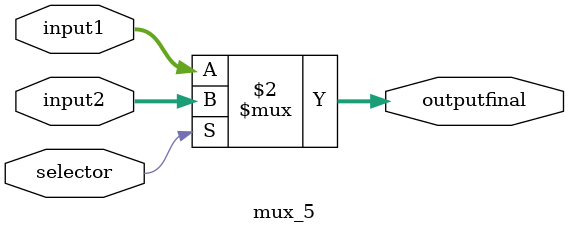
<source format=v>
`include "defines.v"



module mux_32 (input1, input2, selector, outputfinal);
  input selector;
  input [31:0] input1, input2;
  output [31:0] outputfinal;

  assign outputfinal = (selector == 0) ? input1 : input2;
endmodule // mux

module mux_32_3input (input1, input2, in3, selector, outputfinal);
  input [31:0] input1, input2, in3;
  input [1:0] selector;
  output [31:0] outputfinal;

  assign outputfinal = (selector == 2'd0) ? input1 :
               (selector == 2'd1) ? input2 : in3;
endmodule // mux

module mux_5 (input1, input2, selector, outputfinal);
  input selector;
  input [4:0] input1, input2;
  output [4:0] outputfinal;

  assign outputfinal = (selector == 0) ? input1 : input2;
endmodule // mxu

</source>
